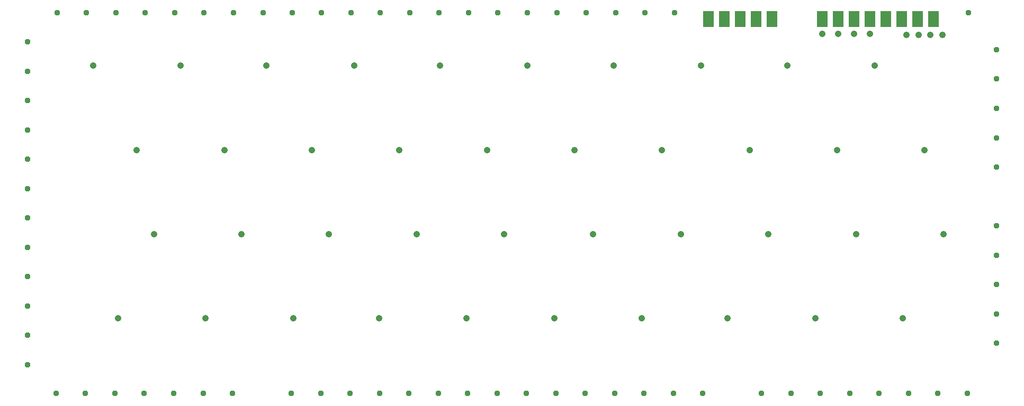
<source format=gbr>
G04 GENERATED BY PULSONIX 12.5 GERBER.DLL 9449*
G04 #@! TF.GenerationSoftware,Pulsonix,Pulsonix,12.5.9449*
G04 #@! TF.CreationDate,2024-10-25T20:20:25--1:00*
G04 #@! TF.Part,Single*
%FSLAX35Y35*%
%LPD*%
%MOMM*%
G04 #@! TF.FileFunction,Soldermask,Bot*
G04 #@! TF.FilePolarity,Negative*
G04 #@! TA.AperFunction,ViaPad*
%ADD112C,1.05400*%
%ADD113C,0.95400*%
G04 #@! TA.AperFunction,SMDPad,CuDef*
%ADD114R,1.75400X2.65400*%
G04 #@! TD.AperFunction*
X0Y0D02*
D02*
D112*
X1875000Y5900000D03*
X2275000Y1850000D03*
X2575000Y4550000D03*
X2850000Y3200000D03*
X3275000Y5900000D03*
X3675000Y1850000D03*
X3975000Y4550000D03*
X4250000Y3200000D03*
X4650000Y5900000D03*
X5075000Y1850000D03*
X5375000Y4550000D03*
X5650000Y3200000D03*
X6050000Y5900000D03*
X6450000Y1850000D03*
X6775000Y4550000D03*
X7050000Y3200000D03*
X7425000Y5900000D03*
X7850000Y1850000D03*
X8175000Y4550000D03*
X8450000Y3200000D03*
X8825000Y5900000D03*
X9250000Y1850000D03*
X9575000Y4550000D03*
X9875000Y3200000D03*
X10200000Y5900000D03*
X10650000Y1850000D03*
X10975000Y4550000D03*
X11275000Y3200000D03*
X11600000Y5900000D03*
X12025000Y1850000D03*
X12375000Y4550000D03*
X12675000Y3200000D03*
X12975000Y5900000D03*
X13425000Y1850000D03*
X13536000Y6406000D03*
X13775000Y4550000D03*
X13790000Y6406250D03*
X14044000D03*
X14075000Y3200000D03*
X14298000Y6406250D03*
X14375000Y5900000D03*
X14825000Y1850000D03*
X14885500Y6390375D03*
X15076000Y6392000D03*
X15175000Y4550000D03*
X15266500Y6392000D03*
X15458000D03*
X15475000Y3200000D03*
D02*
D113*
X825800Y1109228D03*
Y1579228D03*
Y2049228D03*
Y2519228D03*
Y2989228D03*
Y3459228D03*
Y3929228D03*
Y4399228D03*
Y4869228D03*
Y5339228D03*
Y5809228D03*
Y6279228D03*
X1285212Y650800D03*
X1300907Y6749200D03*
X1755212Y650800D03*
X1770907Y6749200D03*
X2225212Y650800D03*
X2240907Y6749200D03*
X2695212Y650800D03*
X2710907Y6749200D03*
X3165212Y650800D03*
X3180907Y6749200D03*
X3635212Y650800D03*
X3650907Y6749200D03*
X4105212Y650800D03*
X4120907Y6749200D03*
X4600000Y6750000D03*
X5045212Y650800D03*
X5060907Y6749200D03*
X5515212Y650800D03*
X5530907Y6749200D03*
X5985212Y650800D03*
X6000907Y6749200D03*
X6455212Y650800D03*
X6470907Y6749200D03*
X6925212Y650800D03*
X6940907Y6749200D03*
X7395212Y650800D03*
X7410907Y6749200D03*
X7865212Y650800D03*
X7880907Y6749200D03*
X8335212Y650800D03*
X8350907Y6749200D03*
X8805212Y650800D03*
X8820907Y6749200D03*
X9275212Y650800D03*
X9290907Y6749200D03*
X9745212Y650800D03*
X9760907Y6749200D03*
X10215212Y650800D03*
X10230907Y6749200D03*
X10685212Y650800D03*
X10700907Y6749200D03*
X11155212Y650800D03*
X11170907Y6749200D03*
X11625212Y650800D03*
X12565212D03*
X13035212D03*
X13505212D03*
X13975212D03*
X14445212D03*
X14915212D03*
X15385212D03*
X15855212D03*
X15870907Y6749200D03*
X16324200Y1455000D03*
Y1925000D03*
Y2395000D03*
Y2865000D03*
Y3335000D03*
Y4275000D03*
Y4745000D03*
Y5215000D03*
Y5685000D03*
Y6155000D03*
D02*
D114*
X11717000Y6650000D03*
X11971000D03*
X12225000D03*
X12479000D03*
X12733000D03*
X13536000D03*
X13790000D03*
X14044000D03*
X14298000D03*
X14552000D03*
X14806000D03*
X15060000D03*
X15314000D03*
X0Y0D02*
M02*

</source>
